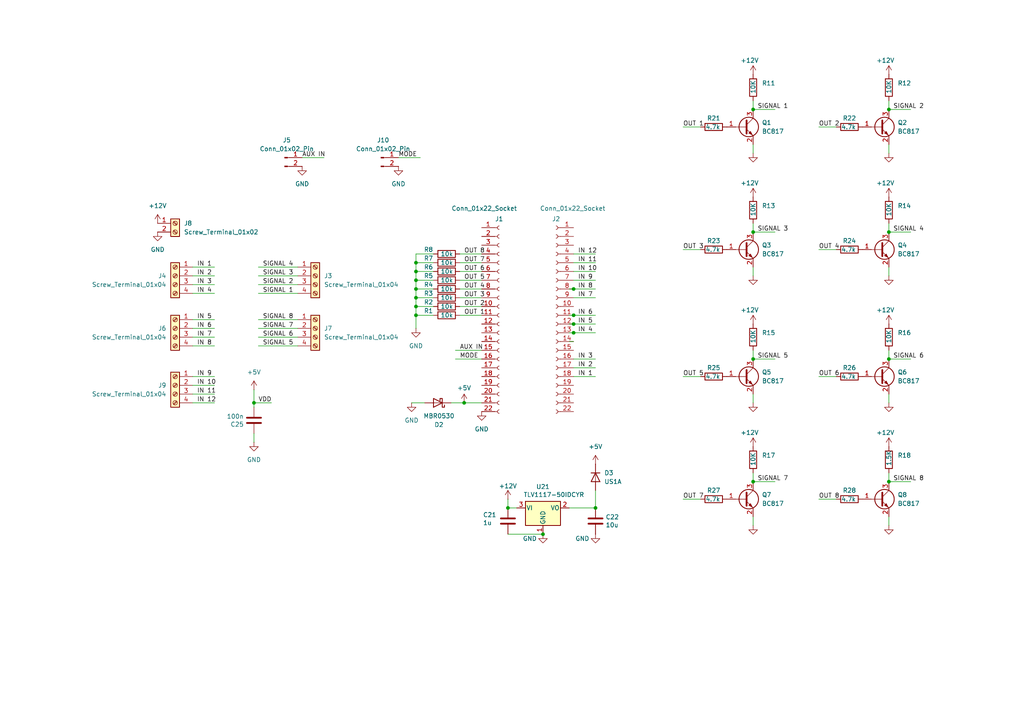
<source format=kicad_sch>
(kicad_sch (version 20250114) (generator "eeschema") (generator_version "9.0")
  (paper "A4")
  (lib_symbols
    (symbol "Connector:Conn_01x02_Pin" (pin_names (offset 1.016) (hide yes))
      (property "Reference" "J" (at 0 2.54 0))
      (property "Value" "Conn_01x02_Pin" (at 0 -5.08 0))
      (symbol "Conn_01x02_Pin_1_1"
        (rectangle (start 0.8636 0.127) (end 0 -0.127) (stroke (width 0.1524)) (fill (type outline)))
        (rectangle (start 0.8636 -2.413) (end 0 -2.667) (stroke (width 0.1524)) (fill (type outline)))
        (polyline (pts (xy 1.27 0) (xy 0.8636 0)) (stroke (width 0.1524)))
        (polyline (pts (xy 1.27 -2.54) (xy 0.8636 -2.54)) (stroke (width 0.1524)))
        (pin passive line (at 5.08 0 180) (length 3.81) (name "Pin_1") (number "1"))
        (pin passive line (at 5.08 -2.54 180) (length 3.81) (name "Pin_2") (number "2"))
      )
    )
    (symbol "Connector:Conn_01x22_Socket" (pin_names (offset 1.016) (hide yes))
      (property "Reference" "J" (at 0 27.94 0))
      (property "Value" "Conn_01x22_Socket" (at 0 -30.48 0))
      (symbol "Conn_01x22_Socket_1_1"
        (polyline (pts (xy -1.27 25.4) (xy -0.508 25.4)) (stroke (width 0.1524)))
        (polyline (pts (xy -1.27 22.86) (xy -0.508 22.86)) (stroke (width 0.1524)))
        (polyline (pts (xy -1.27 20.32) (xy -0.508 20.32)) (stroke (width 0.1524)))
        (polyline (pts (xy -1.27 17.78) (xy -0.508 17.78)) (stroke (width 0.1524)))
        (polyline (pts (xy -1.27 15.24) (xy -0.508 15.24)) (stroke (width 0.1524)))
        (polyline (pts (xy -1.27 12.7) (xy -0.508 12.7)) (stroke (width 0.1524)))
        (polyline (pts (xy -1.27 10.16) (xy -0.508 10.16)) (stroke (width 0.1524)))
        (polyline (pts (xy -1.27 7.62) (xy -0.508 7.62)) (stroke (width 0.1524)))
        (polyline (pts (xy -1.27 5.08) (xy -0.508 5.08)) (stroke (width 0.1524)))
        (polyline (pts (xy -1.27 2.54) (xy -0.508 2.54)) (stroke (width 0.1524)))
        (polyline (pts (xy -1.27 0) (xy -0.508 0)) (stroke (width 0.1524)))
        (polyline (pts (xy -1.27 -2.54) (xy -0.508 -2.54)) (stroke (width 0.1524)))
        (polyline (pts (xy -1.27 -5.08) (xy -0.508 -5.08)) (stroke (width 0.1524)))
        (polyline (pts (xy -1.27 -7.62) (xy -0.508 -7.62)) (stroke (width 0.1524)))
        (polyline (pts (xy -1.27 -10.16) (xy -0.508 -10.16)) (stroke (width 0.1524)))
        (polyline (pts (xy -1.27 -12.7) (xy -0.508 -12.7)) (stroke (width 0.1524)))
        (polyline (pts (xy -1.27 -15.24) (xy -0.508 -15.24)) (stroke (width 0.1524)))
        (polyline (pts (xy -1.27 -17.78) (xy -0.508 -17.78)) (stroke (width 0.1524)))
        (polyline (pts (xy -1.27 -20.32) (xy -0.508 -20.32)) (stroke (width 0.1524)))
        (polyline (pts (xy -1.27 -22.86) (xy -0.508 -22.86)) (stroke (width 0.1524)))
        (polyline (pts (xy -1.27 -25.4) (xy -0.508 -25.4)) (stroke (width 0.1524)))
        (polyline (pts (xy -1.27 -27.94) (xy -0.508 -27.94)) (stroke (width 0.1524)))
        (arc (start 0 24.892) (mid -0.5058 25.4) (end 0 25.908) (stroke (width 0.1524)))
        (arc (start 0 22.352) (mid -0.5058 22.86) (end 0 23.368) (stroke (width 0.1524)))
        (arc (start 0 19.812) (mid -0.5058 20.32) (end 0 20.828) (stroke (width 0.1524)))
        (arc (start 0 17.272) (mid -0.5058 17.78) (end 0 18.288) (stroke (width 0.1524)))
        (arc (start 0 14.732) (mid -0.5058 15.24) (end 0 15.748) (stroke (width 0.1524)))
        (arc (start 0 12.192) (mid -0.5058 12.7) (end 0 13.208) (stroke (width 0.1524)))
        (arc (start 0 9.652) (mid -0.5058 10.16) (end 0 10.668) (stroke (width 0.1524)))
        (arc (start 0 7.112) (mid -0.5058 7.62) (end 0 8.128) (stroke (width 0.1524)))
        (arc (start 0 4.572) (mid -0.5058 5.08) (end 0 5.588) (stroke (width 0.1524)))
        (arc (start 0 2.032) (mid -0.5058 2.54) (end 0 3.048) (stroke (width 0.1524)))
        (arc (start 0 -0.508) (mid -0.5058 0) (end 0 0.508) (stroke (width 0.1524)))
        (arc (start 0 -3.048) (mid -0.5058 -2.54) (end 0 -2.032) (stroke (width 0.1524)))
        (arc (start 0 -5.588) (mid -0.5058 -5.08) (end 0 -4.572) (stroke (width 0.1524)))
        (arc (start 0 -8.128) (mid -0.5058 -7.62) (end 0 -7.112) (stroke (width 0.1524)))
        (arc (start 0 -10.668) (mid -0.5058 -10.16) (end 0 -9.652) (stroke (width 0.1524)))
        (arc (start 0 -13.208) (mid -0.5058 -12.7) (end 0 -12.192) (stroke (width 0.1524)))
        (arc (start 0 -15.748) (mid -0.5058 -15.24) (end 0 -14.732) (stroke (width 0.1524)))
        (arc (start 0 -18.288) (mid -0.5058 -17.78) (end 0 -17.272) (stroke (width 0.1524)))
        (arc (start 0 -20.828) (mid -0.5058 -20.32) (end 0 -19.812) (stroke (width 0.1524)))
        (arc (start 0 -23.368) (mid -0.5058 -22.86) (end 0 -22.352) (stroke (width 0.1524)))
        (arc (start 0 -25.908) (mid -0.5058 -25.4) (end 0 -24.892) (stroke (width 0.1524)))
        (arc (start 0 -28.448) (mid -0.5058 -27.94) (end 0 -27.432) (stroke (width 0.1524)))
        (pin passive line (at -5.08 25.4 0) (length 3.81) (name "Pin_1") (number "1"))
        (pin passive line (at -5.08 22.86 0) (length 3.81) (name "Pin_2") (number "2"))
        (pin passive line (at -5.08 20.32 0) (length 3.81) (name "Pin_3") (number "3"))
        (pin passive line (at -5.08 17.78 0) (length 3.81) (name "Pin_4") (number "4"))
        (pin passive line (at -5.08 15.24 0) (length 3.81) (name "Pin_5") (number "5"))
        (pin passive line (at -5.08 12.7 0) (length 3.81) (name "Pin_6") (number "6"))
        (pin passive line (at -5.08 10.16 0) (length 3.81) (name "Pin_7") (number "7"))
        (pin passive line (at -5.08 7.62 0) (length 3.81) (name "Pin_8") (number "8"))
        (pin passive line (at -5.08 5.08 0) (length 3.81) (name "Pin_9") (number "9"))
        (pin passive line (at -5.08 2.54 0) (length 3.81) (name "Pin_10") (number "10"))
        (pin passive line (at -5.08 0 0) (length 3.81) (name "Pin_11") (number "11"))
        (pin passive line (at -5.08 -2.54 0) (length 3.81) (name "Pin_12") (number "12"))
        (pin passive line (at -5.08 -5.08 0) (length 3.81) (name "Pin_13") (number "13"))
        (pin passive line (at -5.08 -7.62 0) (length 3.81) (name "Pin_14") (number "14"))
        (pin passive line (at -5.08 -10.16 0) (length 3.81) (name "Pin_15") (number "15"))
        (pin passive line (at -5.08 -12.7 0) (length 3.81) (name "Pin_16") (number "16"))
        (pin passive line (at -5.08 -15.24 0) (length 3.81) (name "Pin_17") (number "17"))
        (pin passive line (at -5.08 -17.78 0) (length 3.81) (name "Pin_18") (number "18"))
        (pin passive line (at -5.08 -20.32 0) (length 3.81) (name "Pin_19") (number "19"))
        (pin passive line (at -5.08 -22.86 0) (length 3.81) (name "Pin_20") (number "20"))
        (pin passive line (at -5.08 -25.4 0) (length 3.81) (name "Pin_21") (number "21"))
        (pin passive line (at -5.08 -27.94 0) (length 3.81) (name "Pin_22") (number "22"))
      )
    )
    (symbol "Connector:Screw_Terminal_01x02" (pin_names (offset 1.016) (hide yes))
      (property "Reference" "J" (at 0 2.54 0))
      (property "Value" "Screw_Terminal_01x02" (at 0 -5.08 0))
      (symbol "Screw_Terminal_01x02_1_1"
        (rectangle (start -1.27 1.27) (end 1.27 -3.81) (stroke (width 0.254)) (fill (type background)))
        (polyline (pts (xy -0.5334 0.3302) (xy 0.3302 -0.508)) (stroke (width 0.1524)))
        (polyline (pts (xy -0.5334 -2.2098) (xy 0.3302 -3.048)) (stroke (width 0.1524)))
        (polyline (pts (xy -0.3556 0.508) (xy 0.508 -0.3302)) (stroke (width 0.1524)))
        (polyline (pts (xy -0.3556 -2.032) (xy 0.508 -2.8702)) (stroke (width 0.1524)))
        (circle (center 0 0) (radius 0.635) (stroke (width 0.1524)))
        (circle (center 0 -2.54) (radius 0.635) (stroke (width 0.1524)))
        (pin passive line (at -5.08 0 0) (length 3.81) (name "Pin_1") (number "1"))
        (pin passive line (at -5.08 -2.54 0) (length 3.81) (name "Pin_2") (number "2"))
      )
    )
    (symbol "Connector:Screw_Terminal_01x04" (pin_names (offset 1.016) (hide yes))
      (property "Reference" "J" (at 0 5.08 0))
      (property "Value" "Screw_Terminal_01x04" (at 0 -7.62 0))
      (symbol "Screw_Terminal_01x04_1_1"
        (rectangle (start -1.27 3.81) (end 1.27 -6.35) (stroke (width 0.254)) (fill (type background)))
        (polyline (pts (xy -0.5334 2.8702) (xy 0.3302 2.032)) (stroke (width 0.1524)))
        (polyline (pts (xy -0.5334 0.3302) (xy 0.3302 -0.508)) (stroke (width 0.1524)))
        (polyline (pts (xy -0.5334 -2.2098) (xy 0.3302 -3.048)) (stroke (width 0.1524)))
        (polyline (pts (xy -0.5334 -4.7498) (xy 0.3302 -5.588)) (stroke (width 0.1524)))
        (polyline (pts (xy -0.3556 3.048) (xy 0.508 2.2098)) (stroke (width 0.1524)))
        (polyline (pts (xy -0.3556 0.508) (xy 0.508 -0.3302)) (stroke (width 0.1524)))
        (polyline (pts (xy -0.3556 -2.032) (xy 0.508 -2.8702)) (stroke (width 0.1524)))
        (polyline (pts (xy -0.3556 -4.572) (xy 0.508 -5.4102)) (stroke (width 0.1524)))
        (circle (center 0 2.54) (radius 0.635) (stroke (width 0.1524)))
        (circle (center 0 0) (radius 0.635) (stroke (width 0.1524)))
        (circle (center 0 -2.54) (radius 0.635) (stroke (width 0.1524)))
        (circle (center 0 -5.08) (radius 0.635) (stroke (width 0.1524)))
        (pin passive line (at -5.08 2.54 0) (length 3.81) (name "Pin_1") (number "1"))
        (pin passive line (at -5.08 0 0) (length 3.81) (name "Pin_2") (number "2"))
        (pin passive line (at -5.08 -2.54 0) (length 3.81) (name "Pin_3") (number "3"))
        (pin passive line (at -5.08 -5.08 0) (length 3.81) (name "Pin_4") (number "4"))
      )
    )
    (symbol "Device:C" (pin_numbers (hide yes)) (pin_names (offset 0.254))
      (property "Reference" "C" (at 0.635 2.54 0))
      (property "Value" "C" (at 0.635 -2.54 0))
      (symbol "C_0_1"
        (polyline (pts (xy -2.032 0.762) (xy 2.032 0.762)) (stroke (width 0.508)))
        (polyline (pts (xy -2.032 -0.762) (xy 2.032 -0.762)) (stroke (width 0.508)))
      )
      (symbol "C_1_1"
        (pin passive line (at 0 3.81 270) (length 2.794) (name "~") (number "1"))
        (pin passive line (at 0 -3.81 90) (length 2.794) (name "~") (number "2"))
      )
    )
    (symbol "Device:R" (pin_numbers (hide yes)) (pin_names (offset 0))
      (property "Reference" "R" (at 2.032 0 90))
      (property "Value" "R" (at 0 0 90))
      (symbol "R_0_1"
        (rectangle (start -1.016 -2.54) (end 1.016 2.54) (stroke (width 0.254)))
      )
      (symbol "R_1_1"
        (pin passive line (at 0 3.81 270) (length 1.27) (name "~") (number "1"))
        (pin passive line (at 0 -3.81 90) (length 1.27) (name "~") (number "2"))
      )
    )
    (symbol "Diode:MBR0530" (pin_numbers (hide yes)) (pin_names (offset 1.016) (hide yes))
      (property "Reference" "D" (at 0 2.54 0))
      (property "Value" "MBR0530" (at 0 -2.54 0))
      (symbol "MBR0530_0_1"
        (polyline (pts (xy -1.905 0.635) (xy -1.905 1.27) (xy -1.27 1.27) (xy -1.27 -1.27) (xy -0.635 -1.27) (xy -0.635 -0.635)) (stroke (width 0.254)))
        (polyline (pts (xy 1.27 1.27) (xy 1.27 -1.27) (xy -1.27 0) (xy 1.27 1.27)) (stroke (width 0.254)))
        (polyline (pts (xy 1.27 0) (xy -1.27 0)))
      )
      (symbol "MBR0530_1_1"
        (pin passive line (at -3.81 0 0) (length 2.54) (name "K") (number "1"))
        (pin passive line (at 3.81 0 180) (length 2.54) (name "A") (number "2"))
      )
    )
    (symbol "Diode:US1A" (pin_numbers (hide yes)) (pin_names (hide yes))
      (property "Reference" "D" (at 0 2.54 0))
      (property "Value" "US1A" (at 0 -2.54 0))
      (symbol "US1A_0_1"
        (polyline (pts (xy -1.27 1.27) (xy -1.27 -1.27)) (stroke (width 0.254)))
        (polyline (pts (xy 1.27 1.27) (xy 1.27 -1.27) (xy -1.27 0) (xy 1.27 1.27)) (stroke (width 0.254)))
        (polyline (pts (xy 1.27 0) (xy -1.27 0)))
      )
      (symbol "US1A_1_1"
        (pin passive line (at -3.81 0 0) (length 2.54) (name "K") (number "1"))
        (pin passive line (at 3.81 0 180) (length 2.54) (name "A") (number "2"))
      )
    )
    (symbol "Regulator_Linear:NCP1117-3.3_SOT223" (pin_names (offset 0.254))
      (property "Reference" "U" (at -3.81 3.175 0))
      (property "Value" "NCP1117-3.3_SOT223" (at 0 3.175 0))
      (symbol "NCP1117-3.3_SOT223_0_1"
        (rectangle (start -5.08 -5.08) (end 5.08 1.905) (stroke (width 0.254)) (fill (type background)))
      )
      (symbol "NCP1117-3.3_SOT223_1_1"
        (pin power_in line (at -7.62 0 0) (length 2.54) (name "VI") (number "3"))
        (pin power_in line (at 0 -7.62 90) (length 2.54) (name "GND") (number "1"))
        (pin power_out line (at 7.62 0 180) (length 2.54) (name "VO") (number "2"))
      )
    )
    (symbol "Transistor_BJT:BC817" (pin_names (offset 0) (hide yes))
      (property "Reference" "Q" (at 5.08 1.905 0))
      (property "Value" "BC817" (at 5.08 0 0))
      (symbol "BC817_0_1"
        (polyline (pts (xy -2.54 0) (xy 0.635 0)))
        (polyline (pts (xy 0.635 1.905) (xy 0.635 -1.905)) (stroke (width 0.508)))
        (circle (center 1.27 0) (radius 2.8194) (stroke (width 0.254)))
      )
      (symbol "BC817_1_1"
        (polyline (pts (xy 0.635 0.635) (xy 2.54 2.54)))
        (polyline (pts (xy 0.635 -0.635) (xy 2.54 -2.54)))
        (polyline (pts (xy 1.27 -1.778) (xy 1.778 -1.27) (xy 2.286 -2.286) (xy 1.27 -1.778)) (fill (type outline)))
        (pin input line (at -5.08 0 0) (length 2.54) (name "B") (number "1"))
        (pin passive line (at 2.54 5.08 270) (length 2.54) (name "C") (number "3"))
        (pin passive line (at 2.54 -5.08 90) (length 2.54) (name "E") (number "2"))
      )
    )
    (symbol "power:+12V" (power) (pin_numbers (hide yes)) (pin_names (offset 0) (hide yes))
      (property "Value" "+12V" (at 0 3.556 0))
      (symbol "+12V_0_1"
        (polyline (pts (xy -0.762 1.27) (xy 0 2.54)))
        (polyline (pts (xy 0 2.54) (xy 0.762 1.27)))
        (polyline (pts (xy 0 0) (xy 0 2.54)))
      )
      (symbol "+12V_1_1"
        (pin power_in line (at 0 0 90) (length 0) (name "~") (number "1"))
      )
    )
    (symbol "power:+5V" (power) (pin_numbers (hide yes)) (pin_names (offset 0) (hide yes))
      (property "Value" "+5V" (at 0 3.556 0))
      (symbol "+5V_0_1"
        (polyline (pts (xy -0.762 1.27) (xy 0 2.54)))
        (polyline (pts (xy 0 2.54) (xy 0.762 1.27)))
        (polyline (pts (xy 0 0) (xy 0 2.54)))
      )
      (symbol "+5V_1_1"
        (pin power_in line (at 0 0 90) (length 0) (name "~") (number "1"))
      )
    )
    (symbol "power:GND" (power) (pin_numbers (hide yes)) (pin_names (offset 0) (hide yes))
      (property "Value" "GND" (at 0 -3.81 0))
      (symbol "GND_0_1"
        (polyline (pts (xy 0 0) (xy 0 -1.27) (xy 1.27 -1.27) (xy 0 -2.54) (xy -1.27 -1.27) (xy 0 -1.27)))
      )
      (symbol "GND_1_1"
        (pin power_in line (at 0 0 270) (length 0) (name "~") (number "1"))
      )
    )
  )
  (junction (at 166.37 83.82))
  (junction (at 257.81 67.31))
  (junction (at 218.44 67.31))
  (junction (at 120.65 91.44))
  (junction (at 157.48 154.94))
  (junction (at 147.32 147.32))
  (junction (at 134.62 116.84))
  (junction (at 166.37 93.98))
  (junction (at 218.44 139.7))
  (junction (at 120.65 76.2))
  (junction (at 166.37 91.44))
  (junction (at 120.65 86.36))
  (junction (at 257.81 139.7))
  (junction (at 73.66 116.84))
  (junction (at 166.37 96.52))
  (junction (at 257.81 31.75))
  (junction (at 257.81 104.14))
  (junction (at 218.44 31.75))
  (junction (at 218.44 104.14))
  (junction (at 120.65 78.74))
  (junction (at 120.65 88.9))
  (junction (at 120.65 83.82))
  (junction (at 172.72 147.32))
  (junction (at 120.65 81.28))
  (wire (pts (xy 166.37 91.44) (xy 172.72 91.44)))
  (wire (pts (xy 132.08 104.14) (xy 139.7 104.14)))
  (wire (pts (xy 257.81 137.16) (xy 257.81 139.7)))
  (wire (pts (xy 218.44 29.21) (xy 218.44 31.75)))
  (wire (pts (xy 133.35 76.2) (xy 139.7 76.2)))
  (wire (pts (xy 166.37 83.82) (xy 172.72 83.82)))
  (wire (pts (xy 147.32 154.94) (xy 157.48 154.94)))
  (wire (pts (xy 165.1 147.32) (xy 172.72 147.32)))
  (wire (pts (xy 120.65 81.28) (xy 125.73 81.28)))
  (wire (pts (xy 218.44 44.45) (xy 218.44 41.91)))
  (wire (pts (xy 133.35 78.74) (xy 139.7 78.74)))
  (wire (pts (xy 73.66 125.73) (xy 73.66 128.27)))
  (wire (pts (xy 74.93 100.33) (xy 86.36 100.33)))
  (wire (pts (xy 198.12 72.39) (xy 203.2 72.39)))
  (wire (pts (xy 132.08 101.6) (xy 139.7 101.6)))
  (wire (pts (xy 55.88 114.3) (xy 62.23 114.3)))
  (wire (pts (xy 237.49 109.22) (xy 242.57 109.22)))
  (wire (pts (xy 119.38 116.84) (xy 123.19 116.84)))
  (wire (pts (xy 120.65 91.44) (xy 125.73 91.44)))
  (wire (pts (xy 198.12 144.78) (xy 203.2 144.78)))
  (wire (pts (xy 74.93 85.09) (xy 86.36 85.09)))
  (wire (pts (xy 133.35 86.36) (xy 139.7 86.36)))
  (wire (pts (xy 130.81 116.84) (xy 134.62 116.84)))
  (wire (pts (xy 166.37 78.74) (xy 172.72 78.74)))
  (wire (pts (xy 74.93 97.79) (xy 86.36 97.79)))
  (wire (pts (xy 134.62 116.84) (xy 139.7 116.84)))
  (wire (pts (xy 73.66 116.84) (xy 78.74 116.84)))
  (wire (pts (xy 218.44 139.7) (xy 224.79 139.7)))
  (wire (pts (xy 55.88 97.79) (xy 62.23 97.79)))
  (wire (pts (xy 165.1 91.44) (xy 166.37 91.44)))
  (wire (pts (xy 257.81 101.6) (xy 257.81 104.14)))
  (wire (pts (xy 218.44 101.6) (xy 218.44 104.14)))
  (wire (pts (xy 74.93 80.01) (xy 86.36 80.01)))
  (wire (pts (xy 257.81 116.84) (xy 257.81 114.3)))
  (wire (pts (xy 218.44 80.01) (xy 218.44 77.47)))
  (wire (pts (xy 257.81 64.77) (xy 257.81 67.31)))
  (wire (pts (xy 133.35 83.82) (xy 139.7 83.82)))
  (wire (pts (xy 218.44 31.75) (xy 224.79 31.75)))
  (wire (pts (xy 165.1 93.98) (xy 166.37 93.98)))
  (wire (pts (xy 218.44 104.14) (xy 224.79 104.14)))
  (wire (pts (xy 257.81 67.31) (xy 264.16 67.31)))
  (wire (pts (xy 73.66 113.03) (xy 73.66 116.84)))
  (wire (pts (xy 120.65 83.82) (xy 125.73 83.82)))
  (wire (pts (xy 257.81 139.7) (xy 264.16 139.7)))
  (wire (pts (xy 166.37 109.22) (xy 172.72 109.22)))
  (wire (pts (xy 55.88 95.25) (xy 62.23 95.25)))
  (wire (pts (xy 165.1 96.52) (xy 166.37 96.52)))
  (wire (pts (xy 198.12 109.22) (xy 203.2 109.22)))
  (wire (pts (xy 120.65 73.66) (xy 120.65 76.2)))
  (wire (pts (xy 55.88 116.84) (xy 62.23 116.84)))
  (wire (pts (xy 55.88 77.47) (xy 62.23 77.47)))
  (wire (pts (xy 120.65 73.66) (xy 125.73 73.66)))
  (wire (pts (xy 74.93 95.25) (xy 86.36 95.25)))
  (wire (pts (xy 55.88 80.01) (xy 62.23 80.01)))
  (wire (pts (xy 55.88 85.09) (xy 62.23 85.09)))
  (wire (pts (xy 120.65 76.2) (xy 120.65 78.74)))
  (wire (pts (xy 87.63 45.72) (xy 93.98 45.72)))
  (wire (pts (xy 149.86 147.32) (xy 147.32 147.32)))
  (wire (pts (xy 166.37 104.14) (xy 172.72 104.14)))
  (wire (pts (xy 166.37 81.28) (xy 172.72 81.28)))
  (wire (pts (xy 218.44 67.31) (xy 224.79 67.31)))
  (wire (pts (xy 257.81 31.75) (xy 264.16 31.75)))
  (wire (pts (xy 218.44 152.4) (xy 218.44 149.86)))
  (wire (pts (xy 55.88 92.71) (xy 62.23 92.71)))
  (wire (pts (xy 120.65 78.74) (xy 120.65 81.28)))
  (wire (pts (xy 120.65 86.36) (xy 120.65 88.9)))
  (wire (pts (xy 218.44 137.16) (xy 218.44 139.7)))
  (wire (pts (xy 74.93 92.71) (xy 86.36 92.71)))
  (wire (pts (xy 257.81 29.21) (xy 257.81 31.75)))
  (wire (pts (xy 172.72 142.24) (xy 172.72 147.32)))
  (wire (pts (xy 120.65 81.28) (xy 120.65 83.82)))
  (wire (pts (xy 166.37 86.36) (xy 172.72 86.36)))
  (wire (pts (xy 74.93 77.47) (xy 86.36 77.47)))
  (wire (pts (xy 74.93 82.55) (xy 86.36 82.55)))
  (wire (pts (xy 166.37 93.98) (xy 172.72 93.98)))
  (wire (pts (xy 120.65 91.44) (xy 120.65 95.25)))
  (wire (pts (xy 120.65 83.82) (xy 120.65 86.36)))
  (wire (pts (xy 55.88 100.33) (xy 62.23 100.33)))
  (wire (pts (xy 120.65 76.2) (xy 125.73 76.2)))
  (wire (pts (xy 55.88 82.55) (xy 62.23 82.55)))
  (wire (pts (xy 218.44 116.84) (xy 218.44 114.3)))
  (wire (pts (xy 133.35 91.44) (xy 139.7 91.44)))
  (wire (pts (xy 133.35 88.9) (xy 139.7 88.9)))
  (wire (pts (xy 237.49 144.78) (xy 242.57 144.78)))
  (wire (pts (xy 166.37 106.68) (xy 172.72 106.68)))
  (wire (pts (xy 166.37 96.52) (xy 172.72 96.52)))
  (wire (pts (xy 198.12 36.83) (xy 203.2 36.83)))
  (wire (pts (xy 237.49 36.83) (xy 242.57 36.83)))
  (wire (pts (xy 120.65 88.9) (xy 120.65 91.44)))
  (wire (pts (xy 73.66 116.84) (xy 73.66 118.11)))
  (wire (pts (xy 147.32 147.32) (xy 147.32 144.78)))
  (wire (pts (xy 120.65 88.9) (xy 125.73 88.9)))
  (wire (pts (xy 237.49 72.39) (xy 242.57 72.39)))
  (wire (pts (xy 55.88 109.22) (xy 62.23 109.22)))
  (wire (pts (xy 257.81 80.01) (xy 257.81 77.47)))
  (wire (pts (xy 133.35 73.66) (xy 139.7 73.66)))
  (wire (pts (xy 120.65 78.74) (xy 125.73 78.74)))
  (wire (pts (xy 166.37 76.2) (xy 172.72 76.2)))
  (wire (pts (xy 120.65 86.36) (xy 125.73 86.36)))
  (wire (pts (xy 165.1 83.82) (xy 166.37 83.82)))
  (wire (pts (xy 133.35 81.28) (xy 139.7 81.28)))
  (wire (pts (xy 257.81 104.14) (xy 264.16 104.14)))
  (wire (pts (xy 218.44 64.77) (xy 218.44 67.31)))
  (wire (pts (xy 55.88 111.76) (xy 62.23 111.76)))
  (wire (pts (xy 257.81 152.4) (xy 257.81 149.86)))
  (wire (pts (xy 115.57 45.72) (xy 121.92 45.72)))
  (wire (pts (xy 165.1 99.06) (xy 166.37 99.06)))
  (wire (pts (xy 257.81 44.45) (xy 257.81 41.91)))
  (wire (pts (xy 166.37 73.66) (xy 172.72 73.66)))
  (label "SIGNAL 6" (at 259.08 104.14 0))
  (label "IN 8" (at 57.15 100.33 0))
  (label "AUX IN" (at 87.63 45.72 0))
  (label "IN 6" (at 57.15 95.25 0))
  (label "SIGNAL 2" (at 76.2 82.55 0))
  (label "SIGNAL 7" (at 76.2 95.25 0))
  (label "SIGNAL 1" (at 219.71 31.75 0))
  (label "IN 9" (at 57.15 109.22 0))
  (label "IN 1" (at 167.64 109.22 0))
  (label "IN 8" (at 167.64 83.82 0))
  (label "OUT 7" (at 198.12 144.78 0))
  (label "SIGNAL 7" (at 219.71 139.7 0))
  (label "OUT 8" (at 237.49 144.78 0))
  (label "OUT 3" (at 134.62 86.36 0))
  (label "MODE" (at 133.35 104.14 0))
  (label "IN 6" (at 167.64 91.44 0))
  (label "IN 2" (at 167.64 106.68 0))
  (label "IN 5" (at 167.64 93.98 0))
  (label "IN 2" (at 57.15 80.01 0))
  (label "OUT 4" (at 134.62 83.82 0))
  (label "OUT 5" (at 134.62 81.28 0))
  (label "IN 3" (at 57.15 82.55 0))
  (label "SIGNAL 1" (at 76.2 85.09 0))
  (label "AUX IN" (at 133.35 101.6 0))
  (label "IN 4" (at 167.64 96.52 0))
  (label "MODE" (at 115.57 45.72 0))
  (label "OUT 6" (at 237.49 109.22 0))
  (label "OUT 3" (at 198.12 72.39 0))
  (label "SIGNAL 8" (at 76.2 92.71 0))
  (label "SIGNAL 4" (at 259.08 67.31 0))
  (label "IN 10" (at 167.64 78.74 0))
  (label "IN 3" (at 167.64 104.14 0))
  (label "SIGNAL 3" (at 76.2 80.01 0))
  (label "IN 7" (at 57.15 97.79 0))
  (label "IN 5" (at 57.15 92.71 0))
  (label "SIGNAL 4" (at 76.2 77.47 0))
  (label "SIGNAL 6" (at 76.2 97.79 0))
  (label "OUT 2" (at 237.49 36.83 0))
  (label "IN 4" (at 57.15 85.09 0))
  (label "IN 1" (at 57.15 77.47 0))
  (label "SIGNAL 5" (at 219.71 104.14 0))
  (label "SIGNAL 5" (at 76.2 100.33 0))
  (label "IN 11" (at 167.64 76.2 0))
  (label "IN 12" (at 57.15 116.84 0))
  (label "VDD" (at 74.93 116.84 0))
  (label "OUT 8" (at 134.62 73.66 0))
  (label "OUT 1" (at 134.62 91.44 0))
  (label "IN 10" (at 57.15 111.76 0))
  (label "SIGNAL 2" (at 259.08 31.75 0))
  (label "IN 12" (at 167.64 73.66 0))
  (label "SIGNAL 8" (at 259.08 139.7 0))
  (label "SIGNAL 3" (at 219.71 67.31 0))
  (label "OUT 4" (at 237.49 72.39 0))
  (label "IN 11" (at 57.15 114.3 0))
  (label "OUT 7" (at 134.62 76.2 0))
  (label "IN 7" (at 167.64 86.36 0))
  (label "IN 9" (at 167.64 81.28 0))
  (label "OUT 5" (at 198.12 109.22 0))
  (label "OUT 6" (at 134.62 78.74 0))
  (label "OUT 2" (at 134.62 88.9 0))
  (label "OUT 1" (at 198.12 36.83 0))
  (symbol (lib_id "power:GND") (at 218.44 80.01 0) (unit 1)
    (property "Reference" "#PWR034" (effects (hide yes)))
    (property "Value" "GND" (effects (hide yes)))
    (property "Description" "Power symbol creates a global label with name \"GND\" , ground" (effects (hide yes)))
  )
  (symbol (lib_id "Transistor_BJT:BC817") (at 255.27 109.22 0) (unit 1)
    (property "Reference" "Q6" (at 260.35 107.9499 0) (effects (justify left)))
    (property "Value" "BC817" (at 260.35 110.4899 0) (effects (justify left)))
    (property "Footprint" "Package_TO_SOT_SMD:SOT-23" (effects (hide yes)))
    (property "Datasheet" "https://www.onsemi.com/pub/Collateral/BC818-D.pdf" (effects (hide yes)))
    (property "Description" "0.8A Ic, 45V Vce, NPN Transistor, SOT-23" (effects (hide yes)))
  )
  (symbol (lib_id "power:+12V") (at 257.81 93.98 0) (unit 1)
    (property "Reference" "#PWR044" (effects (hide yes)))
    (property "Value" "+12V" (at 256.794 89.916 0))
    (property "Description" "Power symbol creates a global label with name \"+12V\"" (effects (hide yes)))
  )
  (symbol (lib_id "power:GND") (at 120.65 95.25 0) (unit 1)
    (property "Reference" "#PWR07" (effects (hide yes)))
    (property "Value" "GND" (at 120.65 100.33 0))
    (property "Description" "Power symbol creates a global label with name \"GND\" , ground" (effects (hide yes)))
  )
  (symbol (lib_id "power:GND") (at 73.66 128.27 0) (unit 1)
    (property "Reference" "#PWR021" (effects (hide yes)))
    (property "Value" "GND" (at 73.66 133.35 0))
    (property "Description" "Power symbol creates a global label with name \"GND\" , ground" (effects (hide yes)))
  )
  (symbol (lib_id "Transistor_BJT:BC817") (at 215.9 144.78 0) (unit 1)
    (property "Reference" "Q7" (at 220.98 143.5099 0) (effects (justify left)))
    (property "Value" "BC817" (at 220.98 146.0499 0) (effects (justify left)))
    (property "Footprint" "Package_TO_SOT_SMD:SOT-23" (effects (hide yes)))
    (property "Datasheet" "https://www.onsemi.com/pub/Collateral/BC818-D.pdf" (effects (hide yes)))
    (property "Description" "0.8A Ic, 45V Vce, NPN Transistor, SOT-23" (effects (hide yes)))
  )
  (symbol (lib_id "power:+12V") (at 45.72 64.77 0) (unit 1)
    (property "Reference" "#PWR023" (effects (hide yes)))
    (property "Value" "+12V" (at 45.72 59.69 0))
    (property "Description" "Power symbol creates a global label with name \"+12V\"" (effects (hide yes)))
  )
  (symbol (lib_id "power:+5V") (at 73.66 113.03 0) (unit 1)
    (property "Reference" "#PWR09" (effects (hide yes)))
    (property "Value" "+5V" (at 73.66 107.95 0))
    (property "Description" "Power symbol creates a global label with name \"+5V\"" (effects (hide yes)))
  )
  (symbol (lib_id "power:GND") (at 257.81 152.4 0) (unit 1)
    (property "Reference" "#PWR047" (effects (hide yes)))
    (property "Value" "GND" (effects (hide yes)))
    (property "Description" "Power symbol creates a global label with name \"GND\" , ground" (effects (hide yes)))
  )
  (symbol (lib_id "Transistor_BJT:BC817") (at 255.27 144.78 0) (unit 1)
    (property "Reference" "Q8" (at 260.35 143.5099 0) (effects (justify left)))
    (property "Value" "BC817" (at 260.35 146.0499 0) (effects (justify left)))
    (property "Footprint" "Package_TO_SOT_SMD:SOT-23" (effects (hide yes)))
    (property "Datasheet" "https://www.onsemi.com/pub/Collateral/BC818-D.pdf" (effects (hide yes)))
    (property "Description" "0.8A Ic, 45V Vce, NPN Transistor, SOT-23" (effects (hide yes)))
  )
  (symbol (lib_id "power:+12V") (at 147.32 144.78 0) (unit 1)
    (property "Reference" "#PWR03" (effects (hide yes)))
    (property "Value" "+12V" (at 147.32 140.97 0))
    (property "Description" "Power symbol creates a global label with name \"+12V\"" (effects (hide yes)))
  )
  (symbol (lib_id "power:GND") (at 257.81 44.45 0) (unit 1)
    (property "Reference" "#PWR030" (effects (hide yes)))
    (property "Value" "GND" (effects (hide yes)))
    (property "Description" "Power symbol creates a global label with name \"GND\" , ground" (effects (hide yes)))
  )
  (symbol (lib_id "power:+12V") (at 218.44 21.59 0) (unit 1)
    (property "Reference" "#PWR031" (effects (hide yes)))
    (property "Value" "+12V" (at 217.424 17.526 0))
    (property "Description" "Power symbol creates a global label with name \"+12V\"" (effects (hide yes)))
  )
  (symbol (lib_id "power:GND") (at 257.81 80.01 0) (unit 1)
    (property "Reference" "#PWR037" (effects (hide yes)))
    (property "Value" "GND" (effects (hide yes)))
    (property "Description" "Power symbol creates a global label with name \"GND\" , ground" (effects (hide yes)))
  )
  (symbol (lib_id "Device:R") (at 129.54 81.28 270) (unit 1)
    (property "Reference" "R5" (at 122.936 80.01 90) (effects (justify left)))
    (property "Value" "10k" (at 127.762 81.28 90) (effects (justify left)))
    (property "Footprint" "Resistor_SMD:R_0603_1608Metric" (effects (hide yes)))
    (property "Description" "Resistor" (effects (hide yes)))
  )
  (symbol (lib_id "power:+5V") (at 134.62 116.84 0) (unit 1)
    (property "Reference" "#PWR04" (effects (hide yes)))
    (property "Value" "+5V" (at 134.62 112.522 0))
    (property "Description" "Power symbol creates a global label with name \"+5V\"" (effects (hide yes)))
  )
  (symbol (lib_id "power:GND") (at 157.48 154.94 0) (unit 1)
    (property "Reference" "#PWR036" (effects (hide yes)))
    (property "Value" "GND" (at 153.67 156.21 0))
  )
  (symbol (lib_id "power:+12V") (at 218.44 57.15 0) (unit 1)
    (property "Reference" "#PWR033" (effects (hide yes)))
    (property "Value" "+12V" (at 217.424 53.086 0))
    (property "Description" "Power symbol creates a global label with name \"+12V\"" (effects (hide yes)))
  )
  (symbol (lib_id "Device:R") (at 257.81 25.4 0) (unit 1)
    (property "Reference" "R12" (at 260.35 24.1299 0) (effects (justify left)))
    (property "Value" "10K" (at 257.81 27.178 90) (effects (justify left)))
    (property "Footprint" "Resistor_SMD:R_0603_1608Metric" (effects (hide yes)))
    (property "Description" "Resistor" (effects (hide yes)))
  )
  (symbol (lib_id "power:+12V") (at 257.81 21.59 0) (unit 1)
    (property "Reference" "#PWR032" (effects (hide yes)))
    (property "Value" "+12V" (at 256.794 17.526 0))
    (property "Description" "Power symbol creates a global label with name \"+12V\"" (effects (hide yes)))
  )
  (symbol (lib_id "power:GND") (at 218.44 44.45 0) (unit 1)
    (property "Reference" "#PWR029" (effects (hide yes)))
    (property "Value" "GND" (effects (hide yes)))
    (property "Description" "Power symbol creates a global label with name \"GND\" , ground" (effects (hide yes)))
  )
  (symbol (lib_id "Transistor_BJT:BC817") (at 215.9 109.22 0) (unit 1)
    (property "Reference" "Q5" (at 220.98 107.9499 0) (effects (justify left)))
    (property "Value" "BC817" (at 220.98 110.4899 0) (effects (justify left)))
    (property "Footprint" "Package_TO_SOT_SMD:SOT-23" (effects (hide yes)))
    (property "Datasheet" "https://www.onsemi.com/pub/Collateral/BC818-D.pdf" (effects (hide yes)))
    (property "Description" "0.8A Ic, 45V Vce, NPN Transistor, SOT-23" (effects (hide yes)))
  )
  (symbol (lib_id "Connector:Conn_01x22_Socket") (at 144.78 91.44 0) (unit 1)
    (property "Reference" "J1" (at 144.78 63.5 0))
    (property "Value" "Conn_01x22_Socket" (at 140.462 60.452 0))
    (property "Footprint" "Connector_PinSocket_2.54mm:PinSocket_1x22_P2.54mm_Vertical" (effects (hide yes)))
    (property "Description" "Generic connector, single row, 01x22, script generated" (effects (hide yes)))
  )
  (symbol (lib_id "Device:R") (at 129.54 73.66 270) (unit 1)
    (property "Reference" "R8" (at 122.936 72.39 90) (effects (justify left)))
    (property "Value" "10k" (at 127.762 73.66 90) (effects (justify left)))
    (property "Footprint" "Resistor_SMD:R_0603_1608Metric" (effects (hide yes)))
    (property "Description" "Resistor" (effects (hide yes)))
  )
  (symbol (lib_id "Device:R") (at 218.44 60.96 0) (unit 1)
    (property "Reference" "R13" (at 220.98 59.6899 0) (effects (justify left)))
    (property "Value" "10K" (at 218.44 62.738 90) (effects (justify left)))
    (property "Footprint" "Resistor_SMD:R_0603_1608Metric" (effects (hide yes)))
    (property "Description" "Resistor" (effects (hide yes)))
  )
  (symbol (lib_id "Device:C") (at 73.66 121.92 180) (unit 1)
    (property "Reference" "C25" (at 70.739 123.0884 0) (effects (justify left)))
    (property "Value" "100n" (at 70.739 120.777 0) (effects (justify left)))
    (property "Footprint" "Capacitor_SMD:C_0603_1608Metric" (effects (hide yes)))
    (property "LCSC" "C14663" (effects (hide yes)))
  )
  (symbol (lib_id "power:GND") (at 218.44 152.4 0) (unit 1)
    (property "Reference" "#PWR043" (effects (hide yes)))
    (property "Value" "GND" (effects (hide yes)))
    (property "Description" "Power symbol creates a global label with name \"GND\" , ground" (effects (hide yes)))
  )
  (symbol (lib_id "Transistor_BJT:BC817") (at 255.27 72.39 0) (unit 1)
    (property "Reference" "Q4" (at 260.35 71.1199 0) (effects (justify left)))
    (property "Value" "BC817" (at 260.35 73.6599 0) (effects (justify left)))
    (property "Footprint" "Package_TO_SOT_SMD:SOT-23" (effects (hide yes)))
    (property "Datasheet" "https://www.onsemi.com/pub/Collateral/BC818-D.pdf" (effects (hide yes)))
    (property "Description" "0.8A Ic, 45V Vce, NPN Transistor, SOT-23" (effects (hide yes)))
  )
  (symbol (lib_id "Device:R") (at 129.54 78.74 270) (unit 1)
    (property "Reference" "R6" (at 122.936 77.47 90) (effects (justify left)))
    (property "Value" "10k" (at 127.762 78.74 90) (effects (justify left)))
    (property "Footprint" "Resistor_SMD:R_0603_1608Metric" (effects (hide yes)))
    (property "Description" "Resistor" (effects (hide yes)))
  )
  (symbol (lib_id "Transistor_BJT:BC817") (at 215.9 72.39 0) (unit 1)
    (property "Reference" "Q3" (at 220.98 71.1199 0) (effects (justify left)))
    (property "Value" "BC817" (at 220.98 73.6599 0) (effects (justify left)))
    (property "Footprint" "Package_TO_SOT_SMD:SOT-23" (effects (hide yes)))
    (property "Datasheet" "https://www.onsemi.com/pub/Collateral/BC818-D.pdf" (effects (hide yes)))
    (property "Description" "0.8A Ic, 45V Vce, NPN Transistor, SOT-23" (effects (hide yes)))
  )
  (symbol (lib_id "Device:R") (at 218.44 25.4 0) (unit 1)
    (property "Reference" "R11" (at 220.98 24.1299 0) (effects (justify left)))
    (property "Value" "10K" (at 218.44 27.178 90) (effects (justify left)))
    (property "Footprint" "Resistor_SMD:R_0603_1608Metric" (effects (hide yes)))
    (property "Description" "Resistor" (effects (hide yes)))
  )
  (symbol (lib_id "power:GND") (at 172.72 154.94 0) (unit 1)
    (property "Reference" "#PWR040" (effects (hide yes)))
    (property "Value" "GND" (at 168.91 156.21 0))
  )
  (symbol (lib_id "Device:C") (at 147.32 151.13 0) (unit 1)
    (property "Reference" "C21" (at 140.081 149.3266 0) (effects (justify left)))
    (property "Value" "1u" (at 140.081 151.638 0) (effects (justify left)))
    (property "Footprint" "Capacitor_SMD:C_0603_1608Metric" (effects (hide yes)))
    (property "LCSC" "C15849" (effects (hide yes)))
  )
  (symbol (lib_id "Device:R") (at 207.01 36.83 270) (unit 1)
    (property "Reference" "R21" (at 207.01 34.29 90))
    (property "Value" "4.7k" (at 206.756 36.83 90))
    (property "Footprint" "Resistor_SMD:R_0603_1608Metric" (effects (hide yes)))
    (property "Description" "Resistor" (effects (hide yes)))
  )
  (symbol (lib_id "Device:C") (at 172.72 151.13 0) (unit 1)
    (property "Reference" "C22" (at 175.641 149.9616 0) (effects (justify left)))
    (property "Value" "10u" (at 175.641 152.273 0) (effects (justify left)))
    (property "Footprint" "Capacitor_SMD:C_0805_2012Metric" (effects (hide yes)))
    (property "LCSC" "C15850" (effects (hide yes)))
  )
  (symbol (lib_id "Device:R") (at 218.44 97.79 0) (unit 1)
    (property "Reference" "R15" (at 220.98 96.5199 0) (effects (justify left)))
    (property "Value" "10K" (at 218.44 99.568 90) (effects (justify left)))
    (property "Footprint" "Resistor_SMD:R_0603_1608Metric" (effects (hide yes)))
    (property "Description" "Resistor" (effects (hide yes)))
  )
  (symbol (lib_id "Regulator_Linear:NCP1117-3.3_SOT223") (at 157.48 147.32 0) (unit 1)
    (property "Reference" "U21" (at 157.48 141.1732 0))
    (property "Value" "TLV1117-50IDCYR" (at 160.655 143.4846 0))
    (property "Footprint" "Package_TO_SOT_SMD:SOT-223-3_TabPin2" (effects (hide yes)))
    (property "Datasheet" "https://www.ti.com/general/docs/suppproductinfo.tsp?distId=10&gotoUrl=https%3A%2F%2Fwww.ti.com%2Flit%2Fgpn%2Ftlv1117" (effects (hide yes)))
    (property "LCSC" "C15512" (effects (hide yes)))
  )
  (symbol (lib_id "power:GND") (at 119.38 116.84 0) (unit 1)
    (property "Reference" "#PWR05" (effects (hide yes)))
    (property "Value" "GND" (at 119.38 121.92 0))
    (property "Description" "Power symbol creates a global label with name \"GND\" , ground" (effects (hide yes)))
  )
  (symbol (lib_id "Device:R") (at 129.54 91.44 270) (unit 1)
    (property "Reference" "R1" (at 122.936 90.17 90) (effects (justify left)))
    (property "Value" "10k" (at 127.762 91.44 90) (effects (justify left)))
    (property "Footprint" "Resistor_SMD:R_0603_1608Metric" (effects (hide yes)))
    (property "Description" "Resistor" (effects (hide yes)))
  )
  (symbol (lib_id "Transistor_BJT:BC817") (at 215.9 36.83 0) (unit 1)
    (property "Reference" "Q1" (at 220.98 35.5599 0) (effects (justify left)))
    (property "Value" "BC817" (at 220.98 38.0999 0) (effects (justify left)))
    (property "Footprint" "Package_TO_SOT_SMD:SOT-23" (effects (hide yes)))
    (property "Datasheet" "https://www.onsemi.com/pub/Collateral/BC818-D.pdf" (effects (hide yes)))
    (property "Description" "0.8A Ic, 45V Vce, NPN Transistor, SOT-23" (effects (hide yes)))
  )
  (symbol (lib_id "Diode:MBR0530") (at 127 116.84 180) (unit 1)
    (property "Reference" "D2" (at 127.3175 123.19 0))
    (property "Value" "MBR0530" (at 127.3175 120.65 0))
    (property "Footprint" "Diode_SMD:D_SOD-123" (effects (hide yes)))
    (property "Datasheet" "http://www.mccsemi.com/up_pdf/MBR0520~MBR0580(SOD123).pdf" (effects (hide yes)))
    (property "Description" "30V 0.5A Schottky Power Rectifier Diode, SOD-123" (effects (hide yes)))
  )
  (symbol (lib_id "power:GND") (at 87.63 48.26 0) (unit 1)
    (property "Reference" "#PWR08" (effects (hide yes)))
    (property "Value" "GND" (at 87.63 53.34 0))
    (property "Description" "Power symbol creates a global label with name \"GND\" , ground" (effects (hide yes)))
  )
  (symbol (lib_id "Connector:Conn_01x02_Pin") (at 110.49 45.72 0) (unit 1)
    (property "Reference" "J10" (at 111.125 40.64 0))
    (property "Value" "Conn_01x02_Pin" (at 111.125 43.18 0))
    (property "Footprint" "Connector_JST:JST_EH_B2B-EH-A_1x02_P2.50mm_Vertical" (effects (hide yes)))
    (property "Description" "Generic connector, single row, 01x02, script generated" (effects (hide yes)))
  )
  (symbol (lib_id "Device:R") (at 246.38 144.78 270) (unit 1)
    (property "Reference" "R28" (at 246.38 142.24 90))
    (property "Value" "4.7k" (at 246.126 144.78 90))
    (property "Footprint" "Resistor_SMD:R_0603_1608Metric" (effects (hide yes)))
    (property "Description" "Resistor" (effects (hide yes)))
  )
  (symbol (lib_id "power:GND") (at 45.72 67.31 0) (unit 1)
    (property "Reference" "#PWR02" (effects (hide yes)))
    (property "Value" "GND" (at 45.72 72.39 0))
    (property "Description" "Power symbol creates a global label with name \"GND\" , ground" (effects (hide yes)))
  )
  (symbol (lib_id "power:+12V") (at 257.81 57.15 0) (unit 1)
    (property "Reference" "#PWR035" (effects (hide yes)))
    (property "Value" "+12V" (at 256.794 53.086 0))
    (property "Description" "Power symbol creates a global label with name \"+12V\"" (effects (hide yes)))
  )
  (symbol (lib_id "Device:R") (at 246.38 72.39 270) (unit 1)
    (property "Reference" "R24" (at 246.38 69.85 90))
    (property "Value" "4.7k" (at 246.126 72.39 90))
    (property "Footprint" "Resistor_SMD:R_0603_1608Metric" (effects (hide yes)))
    (property "Description" "Resistor" (effects (hide yes)))
  )
  (symbol (lib_id "Device:R") (at 257.81 97.79 0) (unit 1)
    (property "Reference" "R16" (at 260.35 96.5199 0) (effects (justify left)))
    (property "Value" "10K" (at 257.81 99.568 90) (effects (justify left)))
    (property "Footprint" "Resistor_SMD:R_0603_1608Metric" (effects (hide yes)))
    (property "Description" "Resistor" (effects (hide yes)))
  )
  (symbol (lib_id "Connector:Screw_Terminal_01x04") (at 50.8 80.01 0) (mirror y) (unit 1)
    (property "Reference" "J4" (at 48.26 80.0099 0) (effects (justify left)))
    (property "Value" "Screw_Terminal_01x04" (at 48.26 82.5499 0) (effects (justify left)))
    (property "Footprint" "TerminalBlock_MetzConnect:TerminalBlock_MetzConnect_Type059_RT06304HBWC_1x04_P3.50mm_Horizontal" (effects (hide yes)))
    (property "Description" "Generic screw terminal, single row, 01x04, script generated (kicad-library-utils/schlib/autogen/connector/)" (effects (hide yes)))
  )
  (symbol (lib_id "Connector:Screw_Terminal_01x04") (at 50.8 111.76 0) (mirror y) (unit 1)
    (property "Reference" "J9" (at 48.26 111.7599 0) (effects (justify left)))
    (property "Value" "Screw_Terminal_01x04" (at 48.26 114.2999 0) (effects (justify left)))
    (property "Footprint" "TerminalBlock_MetzConnect:TerminalBlock_MetzConnect_Type059_RT06304HBWC_1x04_P3.50mm_Horizontal" (effects (hide yes)))
    (property "Description" "Generic screw terminal, single row, 01x04, script generated (kicad-library-utils/schlib/autogen/connector/)" (effects (hide yes)))
  )
  (symbol (lib_id "power:+12V") (at 218.44 93.98 0) (unit 1)
    (property "Reference" "#PWR038" (effects (hide yes)))
    (property "Value" "+12V" (at 217.424 89.916 0))
    (property "Description" "Power symbol creates a global label with name \"+12V\"" (effects (hide yes)))
  )
  (symbol (lib_id "Transistor_BJT:BC817") (at 255.27 36.83 0) (unit 1)
    (property "Reference" "Q2" (at 260.35 35.5599 0) (effects (justify left)))
    (property "Value" "BC817" (at 260.35 38.0999 0) (effects (justify left)))
    (property "Footprint" "Package_TO_SOT_SMD:SOT-23" (effects (hide yes)))
    (property "Datasheet" "https://www.onsemi.com/pub/Collateral/BC818-D.pdf" (effects (hide yes)))
    (property "Description" "0.8A Ic, 45V Vce, NPN Transistor, SOT-23" (effects (hide yes)))
  )
  (symbol (lib_id "power:GND") (at 257.81 116.84 0) (unit 1)
    (property "Reference" "#PWR045" (effects (hide yes)))
    (property "Value" "GND" (effects (hide yes)))
    (property "Description" "Power symbol creates a global label with name \"GND\" , ground" (effects (hide yes)))
  )
  (symbol (lib_id "power:+12V") (at 257.81 129.54 0) (unit 1)
    (property "Reference" "#PWR046" (effects (hide yes)))
    (property "Value" "+12V" (at 256.794 125.476 0))
    (property "Description" "Power symbol creates a global label with name \"+12V\"" (effects (hide yes)))
  )
  (symbol (lib_id "Device:R") (at 129.54 83.82 270) (unit 1)
    (property "Reference" "R4" (at 122.936 82.55 90) (effects (justify left)))
    (property "Value" "10k" (at 127.762 83.82 90) (effects (justify left)))
    (property "Footprint" "Resistor_SMD:R_0603_1608Metric" (effects (hide yes)))
    (property "Description" "Resistor" (effects (hide yes)))
  )
  (symbol (lib_id "Connector:Screw_Terminal_01x04") (at 50.8 95.25 0) (mirror y) (unit 1)
    (property "Reference" "J6" (at 48.26 95.2499 0) (effects (justify left)))
    (property "Value" "Screw_Terminal_01x04" (at 48.26 97.7899 0) (effects (justify left)))
    (property "Footprint" "TerminalBlock_MetzConnect:TerminalBlock_MetzConnect_Type059_RT06304HBWC_1x04_P3.50mm_Horizontal" (effects (hide yes)))
    (property "Description" "Generic screw terminal, single row, 01x04, script generated (kicad-library-utils/schlib/autogen/connector/)" (effects (hide yes)))
  )
  (symbol (lib_id "power:GND") (at 218.44 116.84 0) (unit 1)
    (property "Reference" "#PWR041" (effects (hide yes)))
    (property "Value" "GND" (effects (hide yes)))
    (property "Description" "Power symbol creates a global label with name \"GND\" , ground" (effects (hide yes)))
  )
  (symbol (lib_id "Device:R") (at 257.81 60.96 0) (unit 1)
    (property "Reference" "R14" (at 260.35 59.6899 0) (effects (justify left)))
    (property "Value" "10K" (at 257.81 62.738 90) (effects (justify left)))
    (property "Footprint" "Resistor_SMD:R_0603_1608Metric" (effects (hide yes)))
    (property "Description" "Resistor" (effects (hide yes)))
  )
  (symbol (lib_id "Device:R") (at 129.54 88.9 270) (unit 1)
    (property "Reference" "R2" (at 122.936 87.63 90) (effects (justify left)))
    (property "Value" "10k" (at 127.762 88.9 90) (effects (justify left)))
    (property "Footprint" "Resistor_SMD:R_0603_1608Metric" (effects (hide yes)))
    (property "Description" "Resistor" (effects (hide yes)))
  )
  (symbol (lib_id "Connector:Conn_01x22_Socket") (at 161.29 91.44 0) (mirror y) (unit 1)
    (property "Reference" "J2" (at 161.29 63.5 0))
    (property "Value" "Conn_01x22_Socket" (at 166.116 60.452 0))
    (property "Footprint" "Connector_PinSocket_2.54mm:PinSocket_1x22_P2.54mm_Vertical" (effects (hide yes)))
    (property "Description" "Generic connector, single row, 01x22, script generated" (effects (hide yes)))
  )
  (symbol (lib_id "Connector:Screw_Terminal_01x02") (at 50.8 64.77 0) (unit 1)
    (property "Reference" "J8" (at 53.34 64.7699 0) (effects (justify left)))
    (property "Value" "Screw_Terminal_01x02" (at 53.34 67.3099 0) (effects (justify left)))
    (property "Footprint" "TerminalBlock_MetzConnect:TerminalBlock_MetzConnect_Type059_RT06302HBWC_1x02_P3.50mm_Horizontal" (effects (hide yes)))
    (property "Description" "Generic screw terminal, single row, 01x02, script generated (kicad-library-utils/schlib/autogen/connector/)" (effects (hide yes)))
  )
  (symbol (lib_id "Device:R") (at 207.01 72.39 270) (unit 1)
    (property "Reference" "R23" (at 207.01 69.85 90))
    (property "Value" "4.7k" (at 206.756 72.39 90))
    (property "Footprint" "Resistor_SMD:R_0603_1608Metric" (effects (hide yes)))
    (property "Description" "Resistor" (effects (hide yes)))
  )
  (symbol (lib_id "Connector:Conn_01x02_Pin") (at 82.55 45.72 0) (unit 1)
    (property "Reference" "J5" (at 83.185 40.64 0))
    (property "Value" "Conn_01x02_Pin" (at 83.185 43.18 0))
    (property "Footprint" "Connector_JST:JST_EH_B2B-EH-A_1x02_P2.50mm_Vertical" (effects (hide yes)))
    (property "Description" "Generic connector, single row, 01x02, script generated" (effects (hide yes)))
  )
  (symbol (lib_id "Connector:Screw_Terminal_01x04") (at 91.44 80.01 0) (unit 1)
    (property "Reference" "J3" (at 93.98 80.0099 0) (effects (justify left)))
    (property "Value" "Screw_Terminal_01x04" (at 93.98 82.5499 0) (effects (justify left)))
    (property "Footprint" "TerminalBlock_MetzConnect:TerminalBlock_MetzConnect_Type059_RT06304HBWC_1x04_P3.50mm_Horizontal" (effects (hide yes)))
    (property "Description" "Generic screw terminal, single row, 01x04, script generated (kicad-library-utils/schlib/autogen/connector/)" (effects (hide yes)))
  )
  (symbol (lib_id "Device:R") (at 246.38 36.83 270) (unit 1)
    (property "Reference" "R22" (at 246.38 34.29 90))
    (property "Value" "4.7k" (at 246.126 36.83 90))
    (property "Footprint" "Resistor_SMD:R_0603_1608Metric" (effects (hide yes)))
    (property "Description" "Resistor" (effects (hide yes)))
  )
  (symbol (lib_id "Device:R") (at 129.54 86.36 270) (unit 1)
    (property "Reference" "R3" (at 122.936 85.09 90) (effects (justify left)))
    (property "Value" "10k" (at 127.762 86.36 90) (effects (justify left)))
    (property "Footprint" "Resistor_SMD:R_0603_1608Metric" (effects (hide yes)))
    (property "Description" "Resistor" (effects (hide yes)))
  )
  (symbol (lib_id "Device:R") (at 129.54 76.2 270) (unit 1)
    (property "Reference" "R7" (at 122.936 74.93 90) (effects (justify left)))
    (property "Value" "10k" (at 127.762 76.2 90) (effects (justify left)))
    (property "Footprint" "Resistor_SMD:R_0603_1608Metric" (effects (hide yes)))
    (property "Description" "Resistor" (effects (hide yes)))
  )
  (symbol (lib_id "Connector:Screw_Terminal_01x04") (at 91.44 95.25 0) (unit 1)
    (property "Reference" "J7" (at 93.98 95.2499 0) (effects (justify left)))
    (property "Value" "Screw_Terminal_01x04" (at 93.98 97.7899 0) (effects (justify left)))
    (property "Footprint" "TerminalBlock_MetzConnect:TerminalBlock_MetzConnect_Type059_RT06304HBWC_1x04_P3.50mm_Horizontal" (effects (hide yes)))
    (property "Description" "Generic screw terminal, single row, 01x04, script generated (kicad-library-utils/schlib/autogen/connector/)" (effects (hide yes)))
  )
  (symbol (lib_id "Device:R") (at 257.81 133.35 0) (unit 1)
    (property "Reference" "R18" (at 260.35 132.0799 0) (effects (justify left)))
    (property "Value" "1.5K" (at 257.81 135.128 90) (effects (justify left)))
    (property "Footprint" "Resistor_SMD:R_0603_1608Metric" (effects (hide yes)))
    (property "Description" "Resistor" (effects (hide yes)))
  )
  (symbol (lib_id "power:GND") (at 115.57 48.26 0) (unit 1)
    (property "Reference" "#PWR01" (effects (hide yes)))
    (property "Value" "GND" (at 115.57 53.34 0))
    (property "Description" "Power symbol creates a global label with name \"GND\" , ground" (effects (hide yes)))
  )
  (symbol (lib_id "Device:R") (at 218.44 133.35 0) (unit 1)
    (property "Reference" "R17" (at 220.98 132.0799 0) (effects (justify left)))
    (property "Value" "10K" (at 218.44 135.128 90) (effects (justify left)))
    (property "Footprint" "Resistor_SMD:R_0603_1608Metric" (effects (hide yes)))
    (property "Description" "Resistor" (effects (hide yes)))
  )
  (symbol (lib_id "power:GND") (at 139.7 119.38 0) (unit 1)
    (property "Reference" "#PWR06" (effects (hide yes)))
    (property "Value" "GND" (at 139.7 124.46 0))
    (property "Description" "Power symbol creates a global label with name \"GND\" , ground" (effects (hide yes)))
  )
  (symbol (lib_id "Device:R") (at 246.38 109.22 270) (unit 1)
    (property "Reference" "R26" (at 246.38 106.68 90))
    (property "Value" "4.7k" (at 246.126 109.22 90))
    (property "Footprint" "Resistor_SMD:R_0603_1608Metric" (effects (hide yes)))
    (property "Description" "Resistor" (effects (hide yes)))
  )
  (symbol (lib_id "Diode:US1A") (at 172.72 138.43 270) (unit 1)
    (property "Reference" "D3" (at 175.26 137.1599 90) (effects (justify left)))
    (property "Value" "US1A" (at 175.26 139.6999 90) (effects (justify left)))
    (property "Footprint" "Diode_SMD:D_SMA" (effects (hide yes)))
    (property "Datasheet" "https://www.diodes.com/assets/Datasheets/ds16008.pdf" (effects (hide yes)))
    (property "Description" "50V, 1A, General Purpose Rectifier Diode, SMA(DO-214AC)" (effects (hide yes)))
    (property "Sim.Device" "D" (effects (hide yes)))
    (property "Sim.Pins" "1=K 2=A" (effects (hide yes)))
  )
  (symbol (lib_id "power:+12V") (at 218.44 129.54 0) (unit 1)
    (property "Reference" "#PWR042" (effects (hide yes)))
    (property "Value" "+12V" (at 217.424 125.476 0))
    (property "Description" "Power symbol creates a global label with name \"+12V\"" (effects (hide yes)))
  )
  (symbol (lib_id "Device:R") (at 207.01 144.78 270) (unit 1)
    (property "Reference" "R27" (at 207.01 142.24 90))
    (property "Value" "4.7k" (at 206.756 144.78 90))
    (property "Footprint" "Resistor_SMD:R_0603_1608Metric" (effects (hide yes)))
    (property "Description" "Resistor" (effects (hide yes)))
  )
  (symbol (lib_id "power:+5V") (at 172.72 134.62 0) (unit 1)
    (property "Reference" "#PWR013" (effects (hide yes)))
    (property "Value" "+5V" (at 172.72 129.54 0))
    (property "Description" "Power symbol creates a global label with name \"+5V\"" (effects (hide yes)))
  )
  (symbol (lib_id "Device:R") (at 207.01 109.22 270) (unit 1)
    (property "Reference" "R25" (at 207.01 106.68 90))
    (property "Value" "4.7k" (at 206.756 109.22 90))
    (property "Footprint" "Resistor_SMD:R_0603_1608Metric" (effects (hide yes)))
    (property "Description" "Resistor" (effects (hide yes)))
  )
)
</source>
